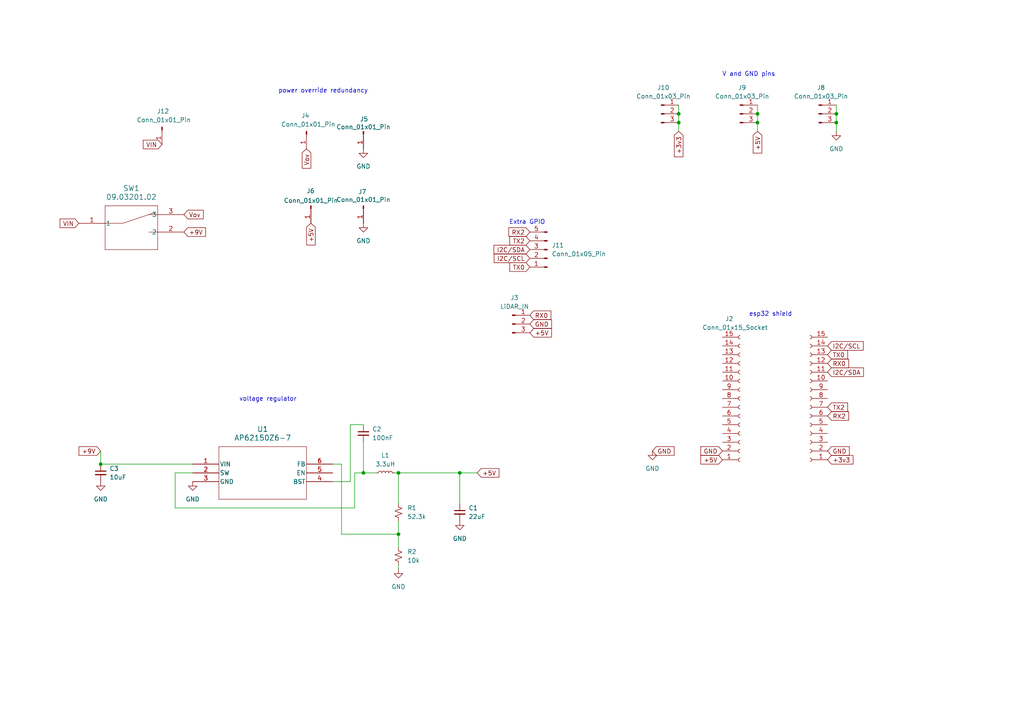
<source format=kicad_sch>
(kicad_sch (version 20231120) (generator "eeschema") (generator_version "8.0")
  (paper "A4")
  (lib_symbols
    (symbol "2024-10-29_20-45-00:AP62150Z6-7" (pin_names (offset 0.254))
      (property "Reference" "U" (at 20.32 10.16 0))
      (property "Value" "AP62150Z6-7" (at 20.32 7.62 0))
      (symbol "AP62150Z6-7_1_1"
        (polyline (pts (xy 7.62 -10.16) (xy 33.02 -10.16)) (stroke (width 0.127)))
        (polyline (pts (xy 7.62 5.08) (xy 7.62 -10.16)) (stroke (width 0.127)))
        (polyline (pts (xy 33.02 -10.16) (xy 33.02 5.08)) (stroke (width 0.127)))
        (polyline (pts (xy 33.02 5.08) (xy 7.62 5.08)) (stroke (width 0.127)))
        (pin power_in line (at 0 0 0) (length 7.62) (name "VIN") (number "1"))
        (pin output line (at 0 -2.54 0) (length 7.62) (name "SW") (number "2"))
        (pin power_out line (at 0 -5.08 0) (length 7.62) (name "GND") (number "3"))
        (pin power_in line (at 40.64 -5.08 180) (length 7.62) (name "BST") (number "4"))
        (pin input line (at 40.64 -2.54 180) (length 7.62) (name "EN") (number "5"))
        (pin input line (at 40.64 0 180) (length 7.62) (name "FB") (number "6"))
      )
    )
    (symbol "Connector:Conn_01x01_Pin" (pin_names (offset 1.016) hide)
      (property "Reference" "J" (at 0 2.54 0))
      (property "Value" "Conn_01x01_Pin" (at 0 -2.54 0))
      (symbol "Conn_01x01_Pin_1_1"
        (polyline (pts (xy 1.27 0) (xy 0.8636 0)) (stroke (width 0.1524)))
        (rectangle (start 0.8636 0.127) (end 0 -0.127) (stroke (width 0.1524)) (fill (type outline)))
        (pin passive line (at 5.08 0 180) (length 3.81) (name "Pin_1") (number "1"))
      )
    )
    (symbol "Connector:Conn_01x03_Pin" (pin_names (offset 1.016) hide)
      (property "Reference" "J" (at 0 5.08 0))
      (property "Value" "Conn_01x03_Pin" (at 0 -5.08 0))
      (symbol "Conn_01x03_Pin_1_1"
        (polyline (pts (xy 1.27 -2.54) (xy 0.8636 -2.54)) (stroke (width 0.1524)))
        (polyline (pts (xy 1.27 0) (xy 0.8636 0)) (stroke (width 0.1524)))
        (polyline (pts (xy 1.27 2.54) (xy 0.8636 2.54)) (stroke (width 0.1524)))
        (rectangle (start 0.8636 -2.413) (end 0 -2.667) (stroke (width 0.1524)) (fill (type outline)))
        (rectangle (start 0.8636 0.127) (end 0 -0.127) (stroke (width 0.1524)) (fill (type outline)))
        (rectangle (start 0.8636 2.667) (end 0 2.413) (stroke (width 0.1524)) (fill (type outline)))
        (pin passive line (at 5.08 2.54 180) (length 3.81) (name "Pin_1") (number "1"))
        (pin passive line (at 5.08 0 180) (length 3.81) (name "Pin_2") (number "2"))
        (pin passive line (at 5.08 -2.54 180) (length 3.81) (name "Pin_3") (number "3"))
      )
    )
    (symbol "Connector:Conn_01x05_Pin" (pin_names (offset 1.016) hide)
      (property "Reference" "J" (at 0 7.62 0))
      (property "Value" "Conn_01x05_Pin" (at 0 -7.62 0))
      (symbol "Conn_01x05_Pin_1_1"
        (polyline (pts (xy 1.27 -5.08) (xy 0.8636 -5.08)) (stroke (width 0.1524)))
        (polyline (pts (xy 1.27 -2.54) (xy 0.8636 -2.54)) (stroke (width 0.1524)))
        (polyline (pts (xy 1.27 0) (xy 0.8636 0)) (stroke (width 0.1524)))
        (polyline (pts (xy 1.27 2.54) (xy 0.8636 2.54)) (stroke (width 0.1524)))
        (polyline (pts (xy 1.27 5.08) (xy 0.8636 5.08)) (stroke (width 0.1524)))
        (rectangle (start 0.8636 -4.953) (end 0 -5.207) (stroke (width 0.1524)) (fill (type outline)))
        (rectangle (start 0.8636 -2.413) (end 0 -2.667) (stroke (width 0.1524)) (fill (type outline)))
        (rectangle (start 0.8636 0.127) (end 0 -0.127) (stroke (width 0.1524)) (fill (type outline)))
        (rectangle (start 0.8636 2.667) (end 0 2.413) (stroke (width 0.1524)) (fill (type outline)))
        (rectangle (start 0.8636 5.207) (end 0 4.953) (stroke (width 0.1524)) (fill (type outline)))
        (pin passive line (at 5.08 5.08 180) (length 3.81) (name "Pin_1") (number "1"))
        (pin passive line (at 5.08 2.54 180) (length 3.81) (name "Pin_2") (number "2"))
        (pin passive line (at 5.08 0 180) (length 3.81) (name "Pin_3") (number "3"))
        (pin passive line (at 5.08 -2.54 180) (length 3.81) (name "Pin_4") (number "4"))
        (pin passive line (at 5.08 -5.08 180) (length 3.81) (name "Pin_5") (number "5"))
      )
    )
    (symbol "Connector:Conn_01x15_Socket" (pin_names (offset 1.016) hide)
      (property "Reference" "J" (at 0 20.32 0))
      (property "Value" "Conn_01x15_Socket" (at 0 -20.32 0))
      (symbol "Conn_01x15_Socket_1_1"
        (arc (start 0 -17.272) (mid -0.5058 -17.78) (end 0 -18.288) (stroke (width 0.1524)))
        (arc (start 0 -14.732) (mid -0.5058 -15.24) (end 0 -15.748) (stroke (width 0.1524)))
        (arc (start 0 -12.192) (mid -0.5058 -12.7) (end 0 -13.208) (stroke (width 0.1524)))
        (arc (start 0 -9.652) (mid -0.5058 -10.16) (end 0 -10.668) (stroke (width 0.1524)))
        (arc (start 0 -7.112) (mid -0.5058 -7.62) (end 0 -8.128) (stroke (width 0.1524)))
        (arc (start 0 -4.572) (mid -0.5058 -5.08) (end 0 -5.588) (stroke (width 0.1524)))
        (arc (start 0 -2.032) (mid -0.5058 -2.54) (end 0 -3.048) (stroke (width 0.1524)))
        (polyline (pts (xy -1.27 -17.78) (xy -0.508 -17.78)) (stroke (width 0.1524)))
        (polyline (pts (xy -1.27 -15.24) (xy -0.508 -15.24)) (stroke (width 0.1524)))
        (polyline (pts (xy -1.27 -12.7) (xy -0.508 -12.7)) (stroke (width 0.1524)))
        (polyline (pts (xy -1.27 -10.16) (xy -0.508 -10.16)) (stroke (width 0.1524)))
        (polyline (pts (xy -1.27 -7.62) (xy -0.508 -7.62)) (stroke (width 0.1524)))
        (polyline (pts (xy -1.27 -5.08) (xy -0.508 -5.08)) (stroke (width 0.1524)))
        (polyline (pts (xy -1.27 -2.54) (xy -0.508 -2.54)) (stroke (width 0.1524)))
        (polyline (pts (xy -1.27 0) (xy -0.508 0)) (stroke (width 0.1524)))
        (polyline (pts (xy -1.27 2.54) (xy -0.508 2.54)) (stroke (width 0.1524)))
        (polyline (pts (xy -1.27 5.08) (xy -0.508 5.08)) (stroke (width 0.1524)))
        (polyline (pts (xy -1.27 7.62) (xy -0.508 7.62)) (stroke (width 0.1524)))
        (polyline (pts (xy -1.27 10.16) (xy -0.508 10.16)) (stroke (width 0.1524)))
        (polyline (pts (xy -1.27 12.7) (xy -0.508 12.7)) (stroke (width 0.1524)))
        (polyline (pts (xy -1.27 15.24) (xy -0.508 15.24)) (stroke (width 0.1524)))
        (polyline (pts (xy -1.27 17.78) (xy -0.508 17.78)) (stroke (width 0.1524)))
        (arc (start 0 0.508) (mid -0.5058 0) (end 0 -0.508) (stroke (width 0.1524)))
        (arc (start 0 3.048) (mid -0.5058 2.54) (end 0 2.032) (stroke (width 0.1524)))
        (arc (start 0 5.588) (mid -0.5058 5.08) (end 0 4.572) (stroke (width 0.1524)))
        (arc (start 0 8.128) (mid -0.5058 7.62) (end 0 7.112) (stroke (width 0.1524)))
        (arc (start 0 10.668) (mid -0.5058 10.16) (end 0 9.652) (stroke (width 0.1524)))
        (arc (start 0 13.208) (mid -0.5058 12.7) (end 0 12.192) (stroke (width 0.1524)))
        (arc (start 0 15.748) (mid -0.5058 15.24) (end 0 14.732) (stroke (width 0.1524)))
        (arc (start 0 18.288) (mid -0.5058 17.78) (end 0 17.272) (stroke (width 0.1524)))
        (pin passive line (at -5.08 17.78 0) (length 3.81) (name "Pin_1") (number "1"))
        (pin passive line (at -5.08 -5.08 0) (length 3.81) (name "Pin_10") (number "10"))
        (pin passive line (at -5.08 -7.62 0) (length 3.81) (name "Pin_11") (number "11"))
        (pin passive line (at -5.08 -10.16 0) (length 3.81) (name "Pin_12") (number "12"))
        (pin passive line (at -5.08 -12.7 0) (length 3.81) (name "Pin_13") (number "13"))
        (pin passive line (at -5.08 -15.24 0) (length 3.81) (name "Pin_14") (number "14"))
        (pin passive line (at -5.08 -17.78 0) (length 3.81) (name "Pin_15") (number "15"))
        (pin passive line (at -5.08 15.24 0) (length 3.81) (name "Pin_2") (number "2"))
        (pin passive line (at -5.08 12.7 0) (length 3.81) (name "Pin_3") (number "3"))
        (pin passive line (at -5.08 10.16 0) (length 3.81) (name "Pin_4") (number "4"))
        (pin passive line (at -5.08 7.62 0) (length 3.81) (name "Pin_5") (number "5"))
        (pin passive line (at -5.08 5.08 0) (length 3.81) (name "Pin_6") (number "6"))
        (pin passive line (at -5.08 2.54 0) (length 3.81) (name "Pin_7") (number "7"))
        (pin passive line (at -5.08 0 0) (length 3.81) (name "Pin_8") (number "8"))
        (pin passive line (at -5.08 -2.54 0) (length 3.81) (name "Pin_9") (number "9"))
      )
    )
    (symbol "Device:C_Small" (pin_numbers hide) (pin_names (offset 0.254) hide)
      (property "Reference" "C" (at 0.254 1.778 0))
      (property "Value" "C_Small" (at 0.254 -2.032 0))
      (symbol "C_Small_0_1"
        (polyline (pts (xy -1.524 -0.508) (xy 1.524 -0.508)) (stroke (width 0.3302)))
        (polyline (pts (xy -1.524 0.508) (xy 1.524 0.508)) (stroke (width 0.3048)))
      )
      (symbol "C_Small_1_1"
        (pin passive line (at 0 2.54 270) (length 2.032) (name "~") (number "1"))
        (pin passive line (at 0 -2.54 90) (length 2.032) (name "~") (number "2"))
      )
    )
    (symbol "Device:L_Small" (pin_numbers hide) (pin_names (offset 0.254) hide)
      (property "Reference" "L" (at 0.762 1.016 0))
      (property "Value" "L_Small" (at 0.762 -1.016 0))
      (symbol "L_Small_0_1"
        (arc (start 0 -2.032) (mid 0.5058 -1.524) (end 0 -1.016))
        (arc (start 0 -1.016) (mid 0.5058 -0.508) (end 0 0))
        (arc (start 0 0) (mid 0.5058 0.508) (end 0 1.016))
        (arc (start 0 1.016) (mid 0.5058 1.524) (end 0 2.032))
      )
      (symbol "L_Small_1_1"
        (pin passive line (at 0 2.54 270) (length 0.508) (name "~") (number "1"))
        (pin passive line (at 0 -2.54 90) (length 0.508) (name "~") (number "2"))
      )
    )
    (symbol "Device:R_Small_US" (pin_numbers hide) (pin_names (offset 0.254) hide)
      (property "Reference" "R" (at 0.762 0.508 0))
      (property "Value" "R_Small_US" (at 0.762 -1.016 0))
      (symbol "R_Small_US_1_1"
        (polyline (pts (xy 0 0) (xy 1.016 -0.381) (xy 0 -0.762) (xy -1.016 -1.143) (xy 0 -1.524)))
        (polyline (pts (xy 0 1.524) (xy 1.016 1.143) (xy 0 0.762) (xy -1.016 0.381) (xy 0 0)))
        (pin passive line (at 0 2.54 270) (length 1.016) (name "~") (number "1"))
        (pin passive line (at 0 -2.54 90) (length 1.016) (name "~") (number "2"))
      )
    )
    (symbol "power:GND" (power) (pin_numbers hide) (pin_names (offset 0) hide)
      (property "Value" "GND" (at 0 -3.81 0))
      (symbol "GND_0_1"
        (polyline (pts (xy 0 0) (xy 0 -1.27) (xy 1.27 -1.27) (xy 0 -2.54) (xy -1.27 -1.27) (xy 0 -1.27)))
      )
      (symbol "GND_1_1"
        (pin power_in line (at 0 0 270) (length 0) (name "~") (number "1"))
      )
    )
    (symbol "redunSW:09.03201.02" (pin_names (offset 0.254))
      (property "Reference" "SW" (at 15.24 10.16 0))
      (property "Value" "09.03201.02" (at 20.32 7.62 0))
      (symbol "09.03201.02_1_1"
        (polyline (pts (xy 7.62 -7.62) (xy 22.86 -7.62)) (stroke (width 0.127)))
        (polyline (pts (xy 7.62 0) (xy 12.7 0)) (stroke (width 0.127)))
        (polyline (pts (xy 7.62 5.08) (xy 7.62 -7.62)) (stroke (width 0.127)))
        (polyline (pts (xy 12.7 0) (xy 22.225 3.175)) (stroke (width 0.127)))
        (polyline (pts (xy 22.86 -7.62) (xy 22.86 5.08)) (stroke (width 0.127)))
        (polyline (pts (xy 22.86 -2.54) (xy 20.32 -2.54)) (stroke (width 0.127)))
        (polyline (pts (xy 22.86 2.54) (xy 20.32 2.54)) (stroke (width 0.127)))
        (polyline (pts (xy 22.86 5.08) (xy 7.62 5.08)) (stroke (width 0.127)))
        (pin unspecified line (at 0 0 0) (length 7.62) (name "1") (number "1"))
        (pin unspecified line (at 30.48 -2.54 180) (length 7.62) (name "2") (number "2"))
        (pin unspecified line (at 30.48 2.54 180) (length 7.62) (name "3") (number "3"))
      )
    )
  )
  (junction (at 115.57 154.94))
  (junction (at 196.85 33.02))
  (junction (at 105.41 137.16))
  (junction (at 115.57 137.16))
  (junction (at 242.57 35.56))
  (junction (at 242.57 33.02))
  (junction (at 219.71 33.02))
  (junction (at 133.35 137.16))
  (junction (at 196.85 35.56))
  (junction (at 29.21 134.62))
  (junction (at 219.71 35.56))
  (wire (pts (xy 242.57 33.02) (xy 242.57 35.56)))
  (wire (pts (xy 50.8 137.16) (xy 55.88 137.16)))
  (wire (pts (xy 29.21 130.81) (xy 29.21 134.62)))
  (wire (pts (xy 196.85 33.02) (xy 196.85 35.56)))
  (wire (pts (xy 102.87 137.16) (xy 102.87 147.32)))
  (wire (pts (xy 101.6 123.19) (xy 105.41 123.19)))
  (wire (pts (xy 133.35 137.16) (xy 133.35 146.05)))
  (wire (pts (xy 99.06 154.94) (xy 99.06 134.62)))
  (wire (pts (xy 102.87 147.32) (xy 50.8 147.32)))
  (wire (pts (xy 115.57 163.83) (xy 115.57 165.1)))
  (wire (pts (xy 115.57 151.13) (xy 115.57 154.94)))
  (wire (pts (xy 101.6 139.7) (xy 96.52 139.7)))
  (wire (pts (xy 50.8 147.32) (xy 50.8 137.16)))
  (wire (pts (xy 242.57 35.56) (xy 242.57 38.1)))
  (wire (pts (xy 114.3 137.16) (xy 115.57 137.16)))
  (wire (pts (xy 219.71 33.02) (xy 219.71 35.56)))
  (wire (pts (xy 219.71 35.56) (xy 219.71 38.1)))
  (wire (pts (xy 99.06 134.62) (xy 96.52 134.62)))
  (wire (pts (xy 101.6 123.19) (xy 101.6 139.7)))
  (wire (pts (xy 115.57 154.94) (xy 115.57 158.75)))
  (wire (pts (xy 102.87 137.16) (xy 105.41 137.16)))
  (wire (pts (xy 196.85 35.56) (xy 196.85 38.1)))
  (wire (pts (xy 29.21 134.62) (xy 55.88 134.62)))
  (wire (pts (xy 115.57 137.16) (xy 115.57 146.05)))
  (wire (pts (xy 133.35 137.16) (xy 138.43 137.16)))
  (wire (pts (xy 105.41 128.27) (xy 105.41 137.16)))
  (wire (pts (xy 115.57 137.16) (xy 133.35 137.16)))
  (wire (pts (xy 242.57 30.48) (xy 242.57 33.02)))
  (wire (pts (xy 219.71 30.48) (xy 219.71 33.02)))
  (wire (pts (xy 99.06 154.94) (xy 115.57 154.94)))
  (wire (pts (xy 105.41 137.16) (xy 109.22 137.16)))
  (wire (pts (xy 196.85 30.48) (xy 196.85 33.02)))
  (text "voltage regulator" (at 77.724 115.824 0) (effects (font (size 1.27 1.27))))
  (text "Extra GPIO\n" (at 152.908 64.516 0) (effects (font (size 1.27 1.27))))
  (text "V and GND pins" (at 217.17 21.59 0) (effects (font (size 1.27 1.27))))
  (text "esp32 shield" (at 223.52 91.186 0) (effects (font (size 1.27 1.27))))
  (text "power override redundancy\n" (at 93.726 26.416 0) (effects (font (size 1.27 1.27))))
  (global_label "+5V" (shape input) (at 90.17 64.77 270) (property "Intersheetrefs" "${INTERSHEET_REFS}" (effects (hide yes))))
  (global_label "GND" (shape input) (at 240.03 130.81 0) (property "Intersheetrefs" "${INTERSHEET_REFS}" (effects (hide yes))))
  (global_label "Vov" (shape input) (at 88.9 43.18 270) (property "Intersheetrefs" "${INTERSHEET_REFS}" (effects (hide yes))))
  (global_label "TX2" (shape input) (at 240.03 118.11 0) (property "Intersheetrefs" "${INTERSHEET_REFS}" (effects (hide yes))))
  (global_label "I2C{slash}SCL" (shape input) (at 153.67 74.93 180) (property "Intersheetrefs" "${INTERSHEET_REFS}" (effects (hide yes))))
  (global_label "+9V" (shape input) (at 29.21 130.81 180) (property "Intersheetrefs" "${INTERSHEET_REFS}" (effects (hide yes))))
  (global_label "VIN" (shape input) (at 46.99 41.91 180) (property "Intersheetrefs" "${INTERSHEET_REFS}" (effects (hide yes))))
  (global_label "+5V" (shape input) (at 219.71 38.1 270) (property "Intersheetrefs" "${INTERSHEET_REFS}" (effects (hide yes))))
  (global_label "TX2" (shape input) (at 153.67 69.85 180) (property "Intersheetrefs" "${INTERSHEET_REFS}" (effects (hide yes))))
  (global_label "TX0" (shape input) (at 153.67 77.47 180) (property "Intersheetrefs" "${INTERSHEET_REFS}" (effects (hide yes))))
  (global_label "GND" (shape input) (at 209.55 130.81 180) (property "Intersheetrefs" "${INTERSHEET_REFS}" (effects (hide yes))))
  (global_label "RX2" (shape input) (at 240.03 120.65 0) (property "Intersheetrefs" "${INTERSHEET_REFS}" (effects (hide yes))))
  (global_label "+3v3" (shape input) (at 240.03 133.35 0) (property "Intersheetrefs" "${INTERSHEET_REFS}" (effects (hide yes))))
  (global_label "+5V" (shape input) (at 209.55 133.35 180) (property "Intersheetrefs" "${INTERSHEET_REFS}" (effects (hide yes))))
  (global_label "+5V" (shape input) (at 138.43 137.16 0) (property "Intersheetrefs" "${INTERSHEET_REFS}" (effects (hide yes))))
  (global_label "+3v3" (shape input) (at 196.85 38.1 270) (property "Intersheetrefs" "${INTERSHEET_REFS}" (effects (hide yes))))
  (global_label "I2C{slash}SDA" (shape input) (at 153.67 72.39 180) (property "Intersheetrefs" "${INTERSHEET_REFS}" (effects (hide yes))))
  (global_label "+5V" (shape input) (at 153.67 96.52 0) (property "Intersheetrefs" "${INTERSHEET_REFS}" (effects (hide yes))))
  (global_label "RX2" (shape input) (at 153.67 67.31 180) (property "Intersheetrefs" "${INTERSHEET_REFS}" (effects (hide yes))))
  (global_label "+9V" (shape input) (at 53.34 67.31 0) (property "Intersheetrefs" "${INTERSHEET_REFS}" (effects (hide yes))))
  (global_label "GND" (shape input) (at 189.23 130.81 0) (property "Intersheetrefs" "${INTERSHEET_REFS}" (effects (hide yes))))
  (global_label "I2C{slash}SCL" (shape input) (at 240.03 100.33 0) (property "Intersheetrefs" "${INTERSHEET_REFS}" (effects (hide yes))))
  (global_label "RX0" (shape input) (at 153.67 91.44 0) (property "Intersheetrefs" "${INTERSHEET_REFS}" (effects (hide yes))))
  (global_label "I2C{slash}SDA" (shape input) (at 240.03 107.95 0) (property "Intersheetrefs" "${INTERSHEET_REFS}" (effects (hide yes))))
  (global_label "GND" (shape input) (at 153.67 93.98 0) (property "Intersheetrefs" "${INTERSHEET_REFS}" (effects (hide yes))))
  (global_label "RX0" (shape input) (at 240.03 105.41 0) (property "Intersheetrefs" "${INTERSHEET_REFS}" (effects (hide yes))))
  (global_label "Vov" (shape input) (at 53.34 62.23 0) (property "Intersheetrefs" "${INTERSHEET_REFS}" (effects (hide yes))))
  (global_label "TX0" (shape input) (at 240.03 102.87 0) (property "Intersheetrefs" "${INTERSHEET_REFS}" (effects (hide yes))))
  (global_label "VIN" (shape input) (at 22.86 64.77 180) (property "Intersheetrefs" "${INTERSHEET_REFS}" (effects (hide yes))))
  (symbol (lib_id "Connector:Conn_01x01_Pin") (at 105.41 38.1 270) (unit 1)
    (property "Reference" "J5" (at 104.394 34.544 90) (effects (justify left)))
    (property "Value" "Conn_01x01_Pin" (at 97.536 36.83 90) (effects (justify left)))
    (property "Footprint" "Connector_PinHeader_2.54mm:PinHeader_1x01_P2.54mm_Vertical" (effects (hide yes)))
    (property "Description" "Generic connector, single row, 01x01, script generated" (effects (hide yes)))
  )
  (symbol (lib_id "Connector:Conn_01x01_Pin") (at 46.99 36.83 270) (unit 1)
    (property "Reference" "J12" (at 45.466 32.258 90) (effects (justify left)))
    (property "Value" "Conn_01x01_Pin" (at 39.624 34.798 90) (effects (justify left)))
    (property "Footprint" "Connector_PinHeader_2.54mm:PinHeader_1x01_P2.54mm_Vertical" (effects (hide yes)))
    (property "Description" "Generic connector, single row, 01x01, script generated" (effects (hide yes)))
  )
  (symbol (lib_id "Connector:Conn_01x01_Pin") (at 90.17 59.69 270) (unit 1)
    (property "Reference" "J6" (at 88.9 55.372 90) (effects (justify left)))
    (property "Value" "Conn_01x01_Pin" (at 82.296 58.166 90) (effects (justify left)))
    (property "Footprint" "Connector_PinHeader_2.54mm:PinHeader_1x01_P2.54mm_Vertical" (effects (hide yes)))
    (property "Description" "Generic connector, single row, 01x01, script generated" (effects (hide yes)))
  )
  (symbol (lib_id "Connector:Conn_01x05_Pin") (at 158.75 72.39 180) (unit 1)
    (property "Reference" "J11" (at 160.02 71.1199 0) (effects (justify right)))
    (property "Value" "Conn_01x05_Pin" (at 160.02 73.6599 0) (effects (justify right)))
    (property "Footprint" "Connector_PinHeader_2.54mm:PinHeader_1x05_P2.54mm_Vertical" (effects (hide yes)))
    (property "Description" "Generic connector, single row, 01x05, script generated" (effects (hide yes)))
  )
  (symbol (lib_id "power:GND") (at 133.35 151.13 0) (unit 1)
    (property "Reference" "#PWR04" (effects (hide yes)))
    (property "Value" "GND" (at 133.35 156.21 0))
    (property "Description" "Power symbol creates a global label with name \"GND\" , ground" (effects (hide yes)))
  )
  (symbol (lib_id "Device:R_Small_US") (at 115.57 148.59 0) (unit 1)
    (property "Reference" "R1" (at 118.11 147.3199 0) (effects (justify left)))
    (property "Value" "52.3k" (at 118.11 149.8599 0) (effects (justify left)))
    (property "Footprint" "Resistor_SMD:R_0805_2012Metric" (effects (hide yes)))
    (property "Description" "Resistor, small US symbol" (effects (hide yes)))
  )
  (symbol (lib_id "Device:C_Small") (at 29.21 137.16 0) (unit 1)
    (property "Reference" "C3" (at 31.75 135.8962 0) (effects (justify left)))
    (property "Value" "10uF" (at 31.75 138.4362 0) (effects (justify left)))
    (property "Footprint" "Capacitor_SMD:C_0805_2012Metric" (effects (hide yes)))
    (property "Description" "Unpolarized capacitor, small symbol" (effects (hide yes)))
  )
  (symbol (lib_id "2024-10-29_20-45-00:AP62150Z6-7") (at 55.88 134.62 0) (unit 1)
    (property "Reference" "U1" (at 76.2 124.46 0) (effects (font (size 1.524 1.524))))
    (property "Value" "AP62150Z6-7" (at 76.2 127 0) (effects (font (size 1.524 1.524))))
    (property "Footprint" "vreg:SOT563_DIO" (effects (hide yes)))
    (property "Datasheet" "AP62150Z6-7" (effects (hide yes)))
  )
  (symbol (lib_id "power:GND") (at 55.88 139.7 0) (unit 1)
    (property "Reference" "#PWR05" (effects (hide yes)))
    (property "Value" "GND" (at 55.88 144.78 0))
    (property "Description" "Power symbol creates a global label with name \"GND\" , ground" (effects (hide yes)))
  )
  (symbol (lib_id "Connector:Conn_01x03_Pin") (at 148.59 93.98 0) (unit 1)
    (property "Reference" "J3" (at 149.225 86.36 0))
    (property "Value" "LiDAR_IN" (at 149.225 88.9 0))
    (property "Footprint" "Connector_PinHeader_2.54mm:PinHeader_1x03_P2.54mm_Vertical" (effects (hide yes)))
    (property "Description" "Generic connector, single row, 01x03, script generated" (effects (hide yes)))
  )
  (symbol (lib_id "Device:R_Small_US") (at 115.57 161.29 0) (unit 1)
    (property "Reference" "R2" (at 118.11 160.0199 0) (effects (justify left)))
    (property "Value" "10k" (at 118.11 162.5599 0) (effects (justify left)))
    (property "Footprint" "Resistor_SMD:R_0805_2012Metric" (effects (hide yes)))
    (property "Description" "Resistor, small US symbol" (effects (hide yes)))
  )
  (symbol (lib_id "power:GND") (at 242.57 38.1 0) (unit 1)
    (property "Reference" "#PWR08" (effects (hide yes)))
    (property "Value" "GND" (at 242.57 43.18 0))
    (property "Description" "Power symbol creates a global label with name \"GND\" , ground" (effects (hide yes)))
  )
  (symbol (lib_id "Connector:Conn_01x01_Pin") (at 105.41 59.69 270) (unit 1)
    (property "Reference" "J7" (at 103.886 55.626 90) (effects (justify left)))
    (property "Value" "Conn_01x01_Pin" (at 97.536 57.912 90) (effects (justify left)))
    (property "Footprint" "Connector_PinHeader_2.54mm:PinHeader_1x01_P2.54mm_Vertical" (effects (hide yes)))
    (property "Description" "Generic connector, single row, 01x01, script generated" (effects (hide yes)))
  )
  (symbol (lib_id "Connector:Conn_01x03_Pin") (at 214.63 33.02 0) (unit 1)
    (property "Reference" "J9" (at 215.265 25.4 0))
    (property "Value" "Conn_01x03_Pin" (at 215.265 27.94 0))
    (property "Footprint" "Connector_PinHeader_2.54mm:PinHeader_1x03_P2.54mm_Vertical" (effects (hide yes)))
    (property "Description" "Generic connector, single row, 01x03, script generated" (effects (hide yes)))
  )
  (symbol (lib_id "power:GND") (at 105.41 64.77 0) (unit 1)
    (property "Reference" "#PWR07" (effects (hide yes)))
    (property "Value" "GND" (at 105.41 69.85 0))
    (property "Description" "Power symbol creates a global label with name \"GND\" , ground" (effects (hide yes)))
  )
  (symbol (lib_id "power:GND") (at 29.21 139.7 0) (unit 1)
    (property "Reference" "#PWR03" (effects (hide yes)))
    (property "Value" "GND" (at 29.21 144.78 0))
    (property "Description" "Power symbol creates a global label with name \"GND\" , ground" (effects (hide yes)))
  )
  (symbol (lib_id "Device:L_Small") (at 111.76 137.16 90) (unit 1)
    (property "Reference" "L1" (at 111.76 132.08 90))
    (property "Value" "3.3uH" (at 111.76 134.62 90))
    (property "Footprint" "Inductor_SMD:L_0805_2012Metric" (effects (hide yes)))
    (property "Description" "Inductor, small symbol" (effects (hide yes)))
  )
  (symbol (lib_id "power:GND") (at 115.57 165.1 0) (unit 1)
    (property "Reference" "#PWR02" (effects (hide yes)))
    (property "Value" "GND" (at 115.57 170.18 0))
    (property "Description" "Power symbol creates a global label with name \"GND\" , ground" (effects (hide yes)))
  )
  (symbol (lib_id "power:GND") (at 105.41 43.18 0) (unit 1)
    (property "Reference" "#PWR06" (effects (hide yes)))
    (property "Value" "GND" (at 105.41 48.26 0))
    (property "Description" "Power symbol creates a global label with name \"GND\" , ground" (effects (hide yes)))
  )
  (symbol (lib_id "redunSW:09.03201.02") (at 22.86 64.77 0) (unit 1)
    (property "Reference" "SW1" (at 38.1 54.61 0) (effects (font (size 1.524 1.524))))
    (property "Value" "09.03201.02" (at 38.1 57.15 0) (effects (font (size 1.524 1.524))))
    (property "Footprint" "bitch:09.03201_EAO" (effects (hide yes)))
    (property "Datasheet" "09.03201.02" (effects (hide yes)))
  )
  (symbol (lib_id "Device:C_Small") (at 105.41 125.73 0) (unit 1)
    (property "Reference" "C2" (at 107.95 124.4662 0) (effects (justify left)))
    (property "Value" "100nF" (at 107.95 127.0062 0) (effects (justify left)))
    (property "Footprint" "Capacitor_SMD:C_0805_2012Metric" (effects (hide yes)))
    (property "Description" "Unpolarized capacitor, small symbol" (effects (hide yes)))
  )
  (symbol (lib_id "Connector:Conn_01x15_Socket") (at 214.63 115.57 0) (mirror x) (unit 1)
    (property "Reference" "J2" (at 210.312 92.456 0) (effects (justify left)))
    (property "Value" "Conn_01x15_Socket" (at 203.708 94.996 0) (effects (justify left)))
    (property "Footprint" "Connector_PinHeader_2.54mm:PinHeader_1x15_P2.54mm_Vertical" (effects (hide yes)))
    (property "Description" "Generic connector, single row, 01x15, script generated" (effects (hide yes)))
  )
  (symbol (lib_id "power:GND") (at 189.23 130.81 0) (unit 1)
    (property "Reference" "#PWR01" (effects (hide yes)))
    (property "Value" "GND" (at 189.23 135.89 0))
    (property "Description" "Power symbol creates a global label with name \"GND\" , ground" (effects (hide yes)))
  )
  (symbol (lib_id "Connector:Conn_01x03_Pin") (at 237.49 33.02 0) (unit 1)
    (property "Reference" "J8" (at 238.125 25.4 0))
    (property "Value" "Conn_01x03_Pin" (at 238.125 27.94 0))
    (property "Footprint" "Connector_PinHeader_2.54mm:PinHeader_1x03_P2.54mm_Vertical" (effects (hide yes)))
    (property "Description" "Generic connector, single row, 01x03, script generated" (effects (hide yes)))
  )
  (symbol (lib_id "Connector:Conn_01x03_Pin") (at 191.77 33.02 0) (unit 1)
    (property "Reference" "J10" (at 192.405 25.4 0))
    (property "Value" "Conn_01x03_Pin" (at 192.405 27.94 0))
    (property "Footprint" "Connector_PinHeader_2.54mm:PinHeader_1x03_P2.54mm_Vertical" (effects (hide yes)))
    (property "Description" "Generic connector, single row, 01x03, script generated" (effects (hide yes)))
  )
  (symbol (lib_id "Connector:Conn_01x01_Pin") (at 88.9 38.1 270) (unit 1)
    (property "Reference" "J4" (at 87.376 33.528 90) (effects (justify left)))
    (property "Value" "Conn_01x01_Pin" (at 81.534 36.068 90) (effects (justify left)))
    (property "Footprint" "Connector_PinHeader_2.54mm:PinHeader_1x01_P2.54mm_Vertical" (effects (hide yes)))
    (property "Description" "Generic connector, single row, 01x01, script generated" (effects (hide yes)))
  )
  (symbol (lib_id "Device:C_Small") (at 133.35 148.59 0) (unit 1)
    (property "Reference" "C1" (at 135.89 147.3262 0) (effects (justify left)))
    (property "Value" "22uF" (at 135.89 149.8662 0) (effects (justify left)))
    (property "Footprint" "Capacitor_SMD:C_0805_2012Metric" (effects (hide yes)))
    (property "Description" "Unpolarized capacitor, small symbol" (effects (hide yes)))
  )
  (symbol (lib_id "Connector:Conn_01x15_Socket") (at 234.95 115.57 180) (unit 1)
    (property "Reference" "J1" (effects (hide yes)))
    (property "Value" "Conn_01x15_Socket" (effects (hide yes)))
    (property "Footprint" "Connector_PinHeader_2.54mm:PinHeader_1x15_P2.54mm_Vertical" (effects (hide yes)))
    (property "Description" "Generic connector, single row, 01x15, script generated" (effects (hide yes)))
  )
)
</source>
